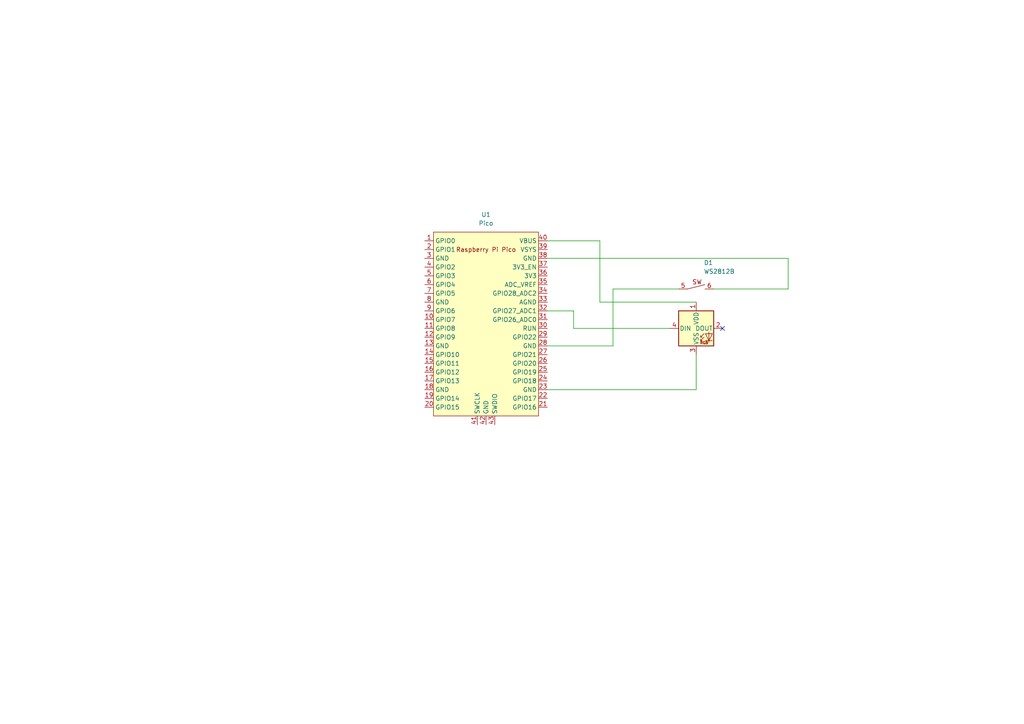
<source format=kicad_sch>
(kicad_sch
	(version 20231120)
	(generator "eeschema")
	(generator_version "8.0")
	(uuid "526de8cb-0a07-47f8-87e3-482712167997")
	(paper "A4")
	(lib_symbols
		(symbol "CherryMX_WS2812B:WS2812B"
			(pin_names
				(offset 0.254)
			)
			(exclude_from_sim no)
			(in_bom yes)
			(on_board yes)
			(property "Reference" "D1"
				(at 2.1941 19.05 0)
				(effects
					(font
						(size 1.27 1.27)
					)
					(justify left)
				)
			)
			(property "Value" "WS2812B"
				(at 2.1941 16.51 0)
				(effects
					(font
						(size 1.27 1.27)
					)
					(justify left)
				)
			)
			(property "Footprint" "Cherry_MX_SK6812_BS:Cherry_MX_SK6812_BS"
				(at 1.27 -7.62 0)
				(effects
					(font
						(size 1.27 1.27)
					)
					(justify left top)
					(hide yes)
				)
			)
			(property "Datasheet" ""
				(at 2.54 -9.525 0)
				(effects
					(font
						(size 1.27 1.27)
					)
					(justify left top)
					(hide yes)
				)
			)
			(property "Description" ""
				(at 0 0 0)
				(effects
					(font
						(size 1.27 1.27)
					)
					(hide yes)
				)
			)
			(property "ki_keywords" "RGB LED NeoPixel addressable"
				(at 0 0 0)
				(effects
					(font
						(size 1.27 1.27)
					)
					(hide yes)
				)
			)
			(property "ki_fp_filters" "LED*WS2812*PLCC*5.0x5.0mm*P3.2mm*"
				(at 0 0 0)
				(effects
					(font
						(size 1.27 1.27)
					)
					(hide yes)
				)
			)
			(symbol "WS2812B_0_0"
				(text "RGB"
					(at 2.286 -4.191 0)
					(effects
						(font
							(size 0.762 0.762)
						)
					)
				)
			)
			(symbol "WS2812B_0_1"
				(polyline
					(pts
						(xy 1.27 -3.556) (xy 1.778 -3.556)
					)
					(stroke
						(width 0)
						(type default)
					)
					(fill
						(type none)
					)
				)
				(polyline
					(pts
						(xy 1.27 -2.54) (xy 1.778 -2.54)
					)
					(stroke
						(width 0)
						(type default)
					)
					(fill
						(type none)
					)
				)
				(polyline
					(pts
						(xy 4.699 -3.556) (xy 2.667 -3.556)
					)
					(stroke
						(width 0)
						(type default)
					)
					(fill
						(type none)
					)
				)
				(polyline
					(pts
						(xy 2.286 -2.54) (xy 1.27 -3.556) (xy 1.27 -3.048)
					)
					(stroke
						(width 0)
						(type default)
					)
					(fill
						(type none)
					)
				)
				(polyline
					(pts
						(xy 2.286 -1.524) (xy 1.27 -2.54) (xy 1.27 -2.032)
					)
					(stroke
						(width 0)
						(type default)
					)
					(fill
						(type none)
					)
				)
				(polyline
					(pts
						(xy 3.683 -1.016) (xy 3.683 -3.556) (xy 3.683 -4.064)
					)
					(stroke
						(width 0)
						(type default)
					)
					(fill
						(type none)
					)
				)
				(polyline
					(pts
						(xy 4.699 -1.524) (xy 2.667 -1.524) (xy 3.683 -3.556) (xy 4.699 -1.524)
					)
					(stroke
						(width 0)
						(type default)
					)
					(fill
						(type none)
					)
				)
				(rectangle
					(start 5.08 5.08)
					(end -5.08 -5.08)
					(stroke
						(width 0.254)
						(type default)
					)
					(fill
						(type background)
					)
				)
			)
			(symbol "WS2812B_1_1"
				(polyline
					(pts
						(xy -2.54 11.43) (xy 2.54 12.7)
					)
					(stroke
						(width 0)
						(type default)
					)
					(fill
						(type none)
					)
				)
				(text "SW"
					(at 0.254 13.462 0)
					(effects
						(font
							(size 1.27 1.27)
						)
					)
				)
				(pin power_in line
					(at 0 7.62 270)
					(length 2.54)
					(name "VDD"
						(effects
							(font
								(size 1.27 1.27)
							)
						)
					)
					(number "1"
						(effects
							(font
								(size 1.27 1.27)
							)
						)
					)
				)
				(pin output line
					(at 7.62 0 180)
					(length 2.54)
					(name "DOUT"
						(effects
							(font
								(size 1.27 1.27)
							)
						)
					)
					(number "2"
						(effects
							(font
								(size 1.27 1.27)
							)
						)
					)
				)
				(pin power_in line
					(at 0 -7.62 90)
					(length 2.54)
					(name "VSS"
						(effects
							(font
								(size 1.27 1.27)
							)
						)
					)
					(number "3"
						(effects
							(font
								(size 1.27 1.27)
							)
						)
					)
				)
				(pin input line
					(at -7.62 0 0)
					(length 2.54)
					(name "DIN"
						(effects
							(font
								(size 1.27 1.27)
							)
						)
					)
					(number "4"
						(effects
							(font
								(size 1.27 1.27)
							)
						)
					)
				)
				(pin passive line
					(at -5.08 11.43 0)
					(length 2.54)
					(name ""
						(effects
							(font
								(size 1.27 1.27)
							)
						)
					)
					(number "5"
						(effects
							(font
								(size 1.27 1.27)
							)
						)
					)
				)
				(pin passive line
					(at 5.08 11.43 180)
					(length 2.54)
					(name ""
						(effects
							(font
								(size 1.27 1.27)
							)
						)
					)
					(number "6"
						(effects
							(font
								(size 1.27 1.27)
							)
						)
					)
				)
			)
		)
		(symbol "MCU_RaspberryPi_and_Boards:Pico"
			(exclude_from_sim no)
			(in_bom yes)
			(on_board yes)
			(property "Reference" "U"
				(at -13.97 27.94 0)
				(effects
					(font
						(size 1.27 1.27)
					)
				)
			)
			(property "Value" "Pico"
				(at 0 19.05 0)
				(effects
					(font
						(size 1.27 1.27)
					)
				)
			)
			(property "Footprint" "RPi_Pico:RPi_Pico_SMD_TH"
				(at 0 0 90)
				(effects
					(font
						(size 1.27 1.27)
					)
					(hide yes)
				)
			)
			(property "Datasheet" ""
				(at 0 0 0)
				(effects
					(font
						(size 1.27 1.27)
					)
					(hide yes)
				)
			)
			(property "Description" ""
				(at 0 0 0)
				(effects
					(font
						(size 1.27 1.27)
					)
					(hide yes)
				)
			)
			(symbol "Pico_0_0"
				(text "Raspberry Pi Pico"
					(at 0 21.59 0)
					(effects
						(font
							(size 1.27 1.27)
						)
					)
				)
			)
			(symbol "Pico_0_1"
				(rectangle
					(start -15.24 26.67)
					(end 15.24 -26.67)
					(stroke
						(width 0)
						(type default)
					)
					(fill
						(type background)
					)
				)
			)
			(symbol "Pico_1_1"
				(pin bidirectional line
					(at -17.78 24.13 0)
					(length 2.54)
					(name "GPIO0"
						(effects
							(font
								(size 1.27 1.27)
							)
						)
					)
					(number "1"
						(effects
							(font
								(size 1.27 1.27)
							)
						)
					)
				)
				(pin bidirectional line
					(at -17.78 1.27 0)
					(length 2.54)
					(name "GPIO7"
						(effects
							(font
								(size 1.27 1.27)
							)
						)
					)
					(number "10"
						(effects
							(font
								(size 1.27 1.27)
							)
						)
					)
				)
				(pin bidirectional line
					(at -17.78 -1.27 0)
					(length 2.54)
					(name "GPIO8"
						(effects
							(font
								(size 1.27 1.27)
							)
						)
					)
					(number "11"
						(effects
							(font
								(size 1.27 1.27)
							)
						)
					)
				)
				(pin bidirectional line
					(at -17.78 -3.81 0)
					(length 2.54)
					(name "GPIO9"
						(effects
							(font
								(size 1.27 1.27)
							)
						)
					)
					(number "12"
						(effects
							(font
								(size 1.27 1.27)
							)
						)
					)
				)
				(pin power_in line
					(at -17.78 -6.35 0)
					(length 2.54)
					(name "GND"
						(effects
							(font
								(size 1.27 1.27)
							)
						)
					)
					(number "13"
						(effects
							(font
								(size 1.27 1.27)
							)
						)
					)
				)
				(pin bidirectional line
					(at -17.78 -8.89 0)
					(length 2.54)
					(name "GPIO10"
						(effects
							(font
								(size 1.27 1.27)
							)
						)
					)
					(number "14"
						(effects
							(font
								(size 1.27 1.27)
							)
						)
					)
				)
				(pin bidirectional line
					(at -17.78 -11.43 0)
					(length 2.54)
					(name "GPIO11"
						(effects
							(font
								(size 1.27 1.27)
							)
						)
					)
					(number "15"
						(effects
							(font
								(size 1.27 1.27)
							)
						)
					)
				)
				(pin bidirectional line
					(at -17.78 -13.97 0)
					(length 2.54)
					(name "GPIO12"
						(effects
							(font
								(size 1.27 1.27)
							)
						)
					)
					(number "16"
						(effects
							(font
								(size 1.27 1.27)
							)
						)
					)
				)
				(pin bidirectional line
					(at -17.78 -16.51 0)
					(length 2.54)
					(name "GPIO13"
						(effects
							(font
								(size 1.27 1.27)
							)
						)
					)
					(number "17"
						(effects
							(font
								(size 1.27 1.27)
							)
						)
					)
				)
				(pin power_in line
					(at -17.78 -19.05 0)
					(length 2.54)
					(name "GND"
						(effects
							(font
								(size 1.27 1.27)
							)
						)
					)
					(number "18"
						(effects
							(font
								(size 1.27 1.27)
							)
						)
					)
				)
				(pin bidirectional line
					(at -17.78 -21.59 0)
					(length 2.54)
					(name "GPIO14"
						(effects
							(font
								(size 1.27 1.27)
							)
						)
					)
					(number "19"
						(effects
							(font
								(size 1.27 1.27)
							)
						)
					)
				)
				(pin bidirectional line
					(at -17.78 21.59 0)
					(length 2.54)
					(name "GPIO1"
						(effects
							(font
								(size 1.27 1.27)
							)
						)
					)
					(number "2"
						(effects
							(font
								(size 1.27 1.27)
							)
						)
					)
				)
				(pin bidirectional line
					(at -17.78 -24.13 0)
					(length 2.54)
					(name "GPIO15"
						(effects
							(font
								(size 1.27 1.27)
							)
						)
					)
					(number "20"
						(effects
							(font
								(size 1.27 1.27)
							)
						)
					)
				)
				(pin bidirectional line
					(at 17.78 -24.13 180)
					(length 2.54)
					(name "GPIO16"
						(effects
							(font
								(size 1.27 1.27)
							)
						)
					)
					(number "21"
						(effects
							(font
								(size 1.27 1.27)
							)
						)
					)
				)
				(pin bidirectional line
					(at 17.78 -21.59 180)
					(length 2.54)
					(name "GPIO17"
						(effects
							(font
								(size 1.27 1.27)
							)
						)
					)
					(number "22"
						(effects
							(font
								(size 1.27 1.27)
							)
						)
					)
				)
				(pin power_in line
					(at 17.78 -19.05 180)
					(length 2.54)
					(name "GND"
						(effects
							(font
								(size 1.27 1.27)
							)
						)
					)
					(number "23"
						(effects
							(font
								(size 1.27 1.27)
							)
						)
					)
				)
				(pin bidirectional line
					(at 17.78 -16.51 180)
					(length 2.54)
					(name "GPIO18"
						(effects
							(font
								(size 1.27 1.27)
							)
						)
					)
					(number "24"
						(effects
							(font
								(size 1.27 1.27)
							)
						)
					)
				)
				(pin bidirectional line
					(at 17.78 -13.97 180)
					(length 2.54)
					(name "GPIO19"
						(effects
							(font
								(size 1.27 1.27)
							)
						)
					)
					(number "25"
						(effects
							(font
								(size 1.27 1.27)
							)
						)
					)
				)
				(pin bidirectional line
					(at 17.78 -11.43 180)
					(length 2.54)
					(name "GPIO20"
						(effects
							(font
								(size 1.27 1.27)
							)
						)
					)
					(number "26"
						(effects
							(font
								(size 1.27 1.27)
							)
						)
					)
				)
				(pin bidirectional line
					(at 17.78 -8.89 180)
					(length 2.54)
					(name "GPIO21"
						(effects
							(font
								(size 1.27 1.27)
							)
						)
					)
					(number "27"
						(effects
							(font
								(size 1.27 1.27)
							)
						)
					)
				)
				(pin power_in line
					(at 17.78 -6.35 180)
					(length 2.54)
					(name "GND"
						(effects
							(font
								(size 1.27 1.27)
							)
						)
					)
					(number "28"
						(effects
							(font
								(size 1.27 1.27)
							)
						)
					)
				)
				(pin bidirectional line
					(at 17.78 -3.81 180)
					(length 2.54)
					(name "GPIO22"
						(effects
							(font
								(size 1.27 1.27)
							)
						)
					)
					(number "29"
						(effects
							(font
								(size 1.27 1.27)
							)
						)
					)
				)
				(pin power_in line
					(at -17.78 19.05 0)
					(length 2.54)
					(name "GND"
						(effects
							(font
								(size 1.27 1.27)
							)
						)
					)
					(number "3"
						(effects
							(font
								(size 1.27 1.27)
							)
						)
					)
				)
				(pin input line
					(at 17.78 -1.27 180)
					(length 2.54)
					(name "RUN"
						(effects
							(font
								(size 1.27 1.27)
							)
						)
					)
					(number "30"
						(effects
							(font
								(size 1.27 1.27)
							)
						)
					)
				)
				(pin bidirectional line
					(at 17.78 1.27 180)
					(length 2.54)
					(name "GPIO26_ADC0"
						(effects
							(font
								(size 1.27 1.27)
							)
						)
					)
					(number "31"
						(effects
							(font
								(size 1.27 1.27)
							)
						)
					)
				)
				(pin bidirectional line
					(at 17.78 3.81 180)
					(length 2.54)
					(name "GPIO27_ADC1"
						(effects
							(font
								(size 1.27 1.27)
							)
						)
					)
					(number "32"
						(effects
							(font
								(size 1.27 1.27)
							)
						)
					)
				)
				(pin power_in line
					(at 17.78 6.35 180)
					(length 2.54)
					(name "AGND"
						(effects
							(font
								(size 1.27 1.27)
							)
						)
					)
					(number "33"
						(effects
							(font
								(size 1.27 1.27)
							)
						)
					)
				)
				(pin bidirectional line
					(at 17.78 8.89 180)
					(length 2.54)
					(name "GPIO28_ADC2"
						(effects
							(font
								(size 1.27 1.27)
							)
						)
					)
					(number "34"
						(effects
							(font
								(size 1.27 1.27)
							)
						)
					)
				)
				(pin power_in line
					(at 17.78 11.43 180)
					(length 2.54)
					(name "ADC_VREF"
						(effects
							(font
								(size 1.27 1.27)
							)
						)
					)
					(number "35"
						(effects
							(font
								(size 1.27 1.27)
							)
						)
					)
				)
				(pin power_in line
					(at 17.78 13.97 180)
					(length 2.54)
					(name "3V3"
						(effects
							(font
								(size 1.27 1.27)
							)
						)
					)
					(number "36"
						(effects
							(font
								(size 1.27 1.27)
							)
						)
					)
				)
				(pin input line
					(at 17.78 16.51 180)
					(length 2.54)
					(name "3V3_EN"
						(effects
							(font
								(size 1.27 1.27)
							)
						)
					)
					(number "37"
						(effects
							(font
								(size 1.27 1.27)
							)
						)
					)
				)
				(pin bidirectional line
					(at 17.78 19.05 180)
					(length 2.54)
					(name "GND"
						(effects
							(font
								(size 1.27 1.27)
							)
						)
					)
					(number "38"
						(effects
							(font
								(size 1.27 1.27)
							)
						)
					)
				)
				(pin power_in line
					(at 17.78 21.59 180)
					(length 2.54)
					(name "VSYS"
						(effects
							(font
								(size 1.27 1.27)
							)
						)
					)
					(number "39"
						(effects
							(font
								(size 1.27 1.27)
							)
						)
					)
				)
				(pin bidirectional line
					(at -17.78 16.51 0)
					(length 2.54)
					(name "GPIO2"
						(effects
							(font
								(size 1.27 1.27)
							)
						)
					)
					(number "4"
						(effects
							(font
								(size 1.27 1.27)
							)
						)
					)
				)
				(pin power_in line
					(at 17.78 24.13 180)
					(length 2.54)
					(name "VBUS"
						(effects
							(font
								(size 1.27 1.27)
							)
						)
					)
					(number "40"
						(effects
							(font
								(size 1.27 1.27)
							)
						)
					)
				)
				(pin input line
					(at -2.54 -29.21 90)
					(length 2.54)
					(name "SWCLK"
						(effects
							(font
								(size 1.27 1.27)
							)
						)
					)
					(number "41"
						(effects
							(font
								(size 1.27 1.27)
							)
						)
					)
				)
				(pin power_in line
					(at 0 -29.21 90)
					(length 2.54)
					(name "GND"
						(effects
							(font
								(size 1.27 1.27)
							)
						)
					)
					(number "42"
						(effects
							(font
								(size 1.27 1.27)
							)
						)
					)
				)
				(pin bidirectional line
					(at 2.54 -29.21 90)
					(length 2.54)
					(name "SWDIO"
						(effects
							(font
								(size 1.27 1.27)
							)
						)
					)
					(number "43"
						(effects
							(font
								(size 1.27 1.27)
							)
						)
					)
				)
				(pin bidirectional line
					(at -17.78 13.97 0)
					(length 2.54)
					(name "GPIO3"
						(effects
							(font
								(size 1.27 1.27)
							)
						)
					)
					(number "5"
						(effects
							(font
								(size 1.27 1.27)
							)
						)
					)
				)
				(pin bidirectional line
					(at -17.78 11.43 0)
					(length 2.54)
					(name "GPIO4"
						(effects
							(font
								(size 1.27 1.27)
							)
						)
					)
					(number "6"
						(effects
							(font
								(size 1.27 1.27)
							)
						)
					)
				)
				(pin bidirectional line
					(at -17.78 8.89 0)
					(length 2.54)
					(name "GPIO5"
						(effects
							(font
								(size 1.27 1.27)
							)
						)
					)
					(number "7"
						(effects
							(font
								(size 1.27 1.27)
							)
						)
					)
				)
				(pin power_in line
					(at -17.78 6.35 0)
					(length 2.54)
					(name "GND"
						(effects
							(font
								(size 1.27 1.27)
							)
						)
					)
					(number "8"
						(effects
							(font
								(size 1.27 1.27)
							)
						)
					)
				)
				(pin bidirectional line
					(at -17.78 3.81 0)
					(length 2.54)
					(name "GPIO6"
						(effects
							(font
								(size 1.27 1.27)
							)
						)
					)
					(number "9"
						(effects
							(font
								(size 1.27 1.27)
							)
						)
					)
				)
			)
		)
	)
	(no_connect
		(at 209.55 95.25)
		(uuid "ca588c2c-4c9b-42ec-935b-ac47c4d96c8e")
	)
	(wire
		(pts
			(xy 194.31 95.25) (xy 166.37 95.25)
		)
		(stroke
			(width 0)
			(type default)
		)
		(uuid "04ca3164-8366-410b-a312-21cb6c9cc6b5")
	)
	(wire
		(pts
			(xy 201.93 113.03) (xy 158.75 113.03)
		)
		(stroke
			(width 0)
			(type default)
		)
		(uuid "1b39b45f-fde6-4178-a7d9-655abff961e1")
	)
	(wire
		(pts
			(xy 228.6 74.93) (xy 158.75 74.93)
		)
		(stroke
			(width 0)
			(type default)
		)
		(uuid "284fe716-a43b-4bb2-ae8b-05a7016c37df")
	)
	(wire
		(pts
			(xy 201.93 87.63) (xy 173.99 87.63)
		)
		(stroke
			(width 0)
			(type default)
		)
		(uuid "2940c606-5097-4cfd-be5d-980a1ed0bf60")
	)
	(wire
		(pts
			(xy 173.99 87.63) (xy 173.99 69.85)
		)
		(stroke
			(width 0)
			(type default)
		)
		(uuid "2e365aa1-9338-46b5-a985-0dd8f300ea85")
	)
	(wire
		(pts
			(xy 228.6 83.82) (xy 228.6 74.93)
		)
		(stroke
			(width 0)
			(type default)
		)
		(uuid "4c0d334d-0065-453e-b747-dbcf82e15db0")
	)
	(wire
		(pts
			(xy 166.37 90.17) (xy 158.75 90.17)
		)
		(stroke
			(width 0)
			(type default)
		)
		(uuid "5465fdd8-3dcc-4c82-8b05-a0ea594a7b90")
	)
	(wire
		(pts
			(xy 177.8 100.33) (xy 158.75 100.33)
		)
		(stroke
			(width 0)
			(type default)
		)
		(uuid "62dae7eb-db5a-43ca-8f0d-de523a1bebee")
	)
	(wire
		(pts
			(xy 173.99 69.85) (xy 158.75 69.85)
		)
		(stroke
			(width 0)
			(type default)
		)
		(uuid "7e07c72e-80e2-48ec-8dba-0f68348f19d3")
	)
	(wire
		(pts
			(xy 207.01 83.82) (xy 228.6 83.82)
		)
		(stroke
			(width 0)
			(type default)
		)
		(uuid "854635a9-f3b7-4b6d-aaf4-4a806bd0957c")
	)
	(wire
		(pts
			(xy 166.37 95.25) (xy 166.37 90.17)
		)
		(stroke
			(width 0)
			(type default)
		)
		(uuid "a1b0dafb-9e7a-492a-9929-16ee9d934ed4")
	)
	(wire
		(pts
			(xy 196.85 83.82) (xy 177.8 83.82)
		)
		(stroke
			(width 0)
			(type default)
		)
		(uuid "c51a6dde-e0cd-48c7-949c-1762e8de13b9")
	)
	(wire
		(pts
			(xy 177.8 83.82) (xy 177.8 100.33)
		)
		(stroke
			(width 0)
			(type default)
		)
		(uuid "d5ef4b58-3eb5-4bbb-9ca5-e35a97484ba3")
	)
	(wire
		(pts
			(xy 201.93 102.87) (xy 201.93 113.03)
		)
		(stroke
			(width 0)
			(type default)
		)
		(uuid "fec66b83-b83a-43fb-994e-30bbd5653c54")
	)
	(symbol
		(lib_id "CherryMX_WS2812B:WS2812B")
		(at 201.93 95.25 0)
		(unit 1)
		(exclude_from_sim no)
		(in_bom yes)
		(on_board yes)
		(dnp no)
		(fields_autoplaced yes)
		(uuid "1a915695-3bec-42f9-8b07-8ab251060074")
		(property "Reference" "D1"
			(at 204.1241 76.2 0)
			(effects
				(font
					(size 1.27 1.27)
				)
				(justify left)
			)
		)
		(property "Value" "WS2812B"
			(at 204.1241 78.74 0)
			(effects
				(font
					(size 1.27 1.27)
				)
				(justify left)
			)
		)
		(property "Footprint" "Cherry_MX_SK6812_BS:Cherry_MX_SK6812_BS"
			(at 203.2 102.87 0)
			(effects
				(font
					(size 1.27 1.27)
				)
				(justify left top)
				(hide yes)
			)
		)
		(property "Datasheet" ""
			(at 204.47 104.775 0)
			(effects
				(font
					(size 1.27 1.27)
				)
				(justify left top)
				(hide yes)
			)
		)
		(property "Description" ""
			(at 201.93 95.25 0)
			(effects
				(font
					(size 1.27 1.27)
				)
				(hide yes)
			)
		)
		(pin "3"
			(uuid "53de841c-6a79-4999-b584-1eba97196c87")
		)
		(pin "2"
			(uuid "7b35023a-aecf-4b51-89ed-3f391ae98540")
		)
		(pin "5"
			(uuid "109b9b9f-8482-40b6-b758-dc5d869cc91b")
		)
		(pin "1"
			(uuid "a643905c-a810-4b94-a34f-b4861cecdc5b")
		)
		(pin "4"
			(uuid "cbe9788d-41aa-4660-bf4d-290b5e0b3742")
		)
		(pin "6"
			(uuid "7dd409ba-aa5c-4b7b-a1f6-42657aee2bb7")
		)
		(instances
			(project "PlaybackFaders"
				(path "/526de8cb-0a07-47f8-87e3-482712167997"
					(reference "D1")
					(unit 1)
				)
			)
		)
	)
	(symbol
		(lib_id "MCU_RaspberryPi_and_Boards:Pico")
		(at 140.97 93.98 0)
		(unit 1)
		(exclude_from_sim no)
		(in_bom yes)
		(on_board yes)
		(dnp no)
		(fields_autoplaced yes)
		(uuid "46d039e6-4622-4688-9897-fc1a275625df")
		(property "Reference" "U1"
			(at 140.97 62.23 0)
			(effects
				(font
					(size 1.27 1.27)
				)
			)
		)
		(property "Value" "Pico"
			(at 140.97 64.77 0)
			(effects
				(font
					(size 1.27 1.27)
				)
			)
		)
		(property "Footprint" "MCU_RaspberryPi_and_Boards:RPi_Pico_SMD_TH"
			(at 140.97 93.98 90)
			(effects
				(font
					(size 1.27 1.27)
				)
				(hide yes)
			)
		)
		(property "Datasheet" ""
			(at 140.97 93.98 0)
			(effects
				(font
					(size 1.27 1.27)
				)
				(hide yes)
			)
		)
		(property "Description" ""
			(at 140.97 93.98 0)
			(effects
				(font
					(size 1.27 1.27)
				)
				(hide yes)
			)
		)
		(pin "31"
			(uuid "5db5688e-f30e-4c7b-ab7b-e9af1a5f0c91")
		)
		(pin "42"
			(uuid "f8ded33a-7d85-4cd1-b881-68d600561223")
		)
		(pin "11"
			(uuid "e8ea8dcc-f53b-49dd-a4d1-f7641a0d489b")
		)
		(pin "2"
			(uuid "101e99e0-854b-483e-9782-1b71025e24d9")
		)
		(pin "24"
			(uuid "8ecb169b-af63-4f7e-b97c-a24f40e78033")
		)
		(pin "26"
			(uuid "e759c799-a014-4d2f-99e8-279c01c4bef8")
		)
		(pin "3"
			(uuid "c3831e11-ccea-4d04-985a-54ed7e6446c4")
		)
		(pin "41"
			(uuid "8ceaf039-b942-43ce-967c-4a46d432b707")
		)
		(pin "18"
			(uuid "b83944e2-8836-4656-8f9a-c3db9f6bd823")
		)
		(pin "25"
			(uuid "ff445344-f194-44ae-aa2a-6b614e51e0f0")
		)
		(pin "32"
			(uuid "4be1483e-e70e-470e-a8cc-8cd7e870962b")
		)
		(pin "34"
			(uuid "f6ee6f18-2852-4e28-a316-f035c95d34b5")
		)
		(pin "5"
			(uuid "b7a87349-76b9-4f0c-9f21-0d559e97ce1f")
		)
		(pin "28"
			(uuid "6b37fcba-b155-4cd4-bd4f-4925922504af")
		)
		(pin "19"
			(uuid "10df77b2-8630-47ee-b7df-91c2f473889b")
		)
		(pin "27"
			(uuid "ed0be9c9-0242-41d7-b232-9294f9721798")
		)
		(pin "29"
			(uuid "66831dc5-66e2-4ce9-80d7-566cc5a62c38")
		)
		(pin "39"
			(uuid "a662b31b-fe2a-4f1a-8ba6-15960043ccfc")
		)
		(pin "43"
			(uuid "880b97f1-6020-4b24-b378-cd9d9ea671fc")
		)
		(pin "22"
			(uuid "6528b3ae-d265-4b16-8644-5bfb7f8357ea")
		)
		(pin "12"
			(uuid "ad9a3ca9-3e99-4b47-80af-063a2a9bd9c2")
		)
		(pin "15"
			(uuid "4fd49385-d94b-4895-853b-1b294f844566")
		)
		(pin "23"
			(uuid "9acfc057-bbc2-4846-b63a-f5b9d44a4791")
		)
		(pin "16"
			(uuid "6a5fafe4-f3c9-4d98-aa47-c6c9a9b9a723")
		)
		(pin "21"
			(uuid "68c66ef8-0321-4cbd-ba5a-fdf565616087")
		)
		(pin "8"
			(uuid "73d65a46-0c08-4f9e-85d2-823866fe117c")
		)
		(pin "1"
			(uuid "8c6865de-ef97-4d57-b17c-1fa1adbbaf08")
		)
		(pin "10"
			(uuid "7b822073-cc82-42e8-9583-3da96ca2138f")
		)
		(pin "14"
			(uuid "f92a7cda-baea-4ff4-b10f-7dd0f0dc236e")
		)
		(pin "36"
			(uuid "7cb36436-e233-4979-b62b-fd045f4555b8")
		)
		(pin "38"
			(uuid "b6654b73-fe07-4516-b50b-fc115064e3c4")
		)
		(pin "40"
			(uuid "27e5ca11-64bc-4545-8ea9-f79cb8c6915c")
		)
		(pin "7"
			(uuid "8d8d73e1-fcc8-49d0-b27c-bc1fcafc9ad3")
		)
		(pin "33"
			(uuid "2d7f62d6-f086-4c0f-ab5c-2b6aaa8a1115")
		)
		(pin "6"
			(uuid "f1b152d1-93ff-459a-af21-9af78ed4317a")
		)
		(pin "35"
			(uuid "ce2bef15-f59a-4b79-be03-9d57e070ddc6")
		)
		(pin "17"
			(uuid "9894a8fc-a2ff-4215-a0a3-38f4311c341d")
		)
		(pin "13"
			(uuid "906b329d-bc36-4a97-9552-854fc8127f78")
		)
		(pin "20"
			(uuid "eaeffd74-9945-4515-b39b-d494bd0eaf35")
		)
		(pin "4"
			(uuid "797d9c77-3579-453d-8747-11f11bb347ff")
		)
		(pin "30"
			(uuid "e093a014-034e-403f-bde7-9687df4d47ad")
		)
		(pin "9"
			(uuid "89701ce2-3e63-43d9-83e8-6f285fc139d9")
		)
		(pin "37"
			(uuid "0e09c9d5-eac7-4d92-8880-f4568d53e454")
		)
		(instances
			(project "PlaybackFaders"
				(path "/526de8cb-0a07-47f8-87e3-482712167997"
					(reference "U1")
					(unit 1)
				)
			)
		)
	)
	(sheet_instances
		(path "/"
			(page "1")
		)
	)
)

</source>
